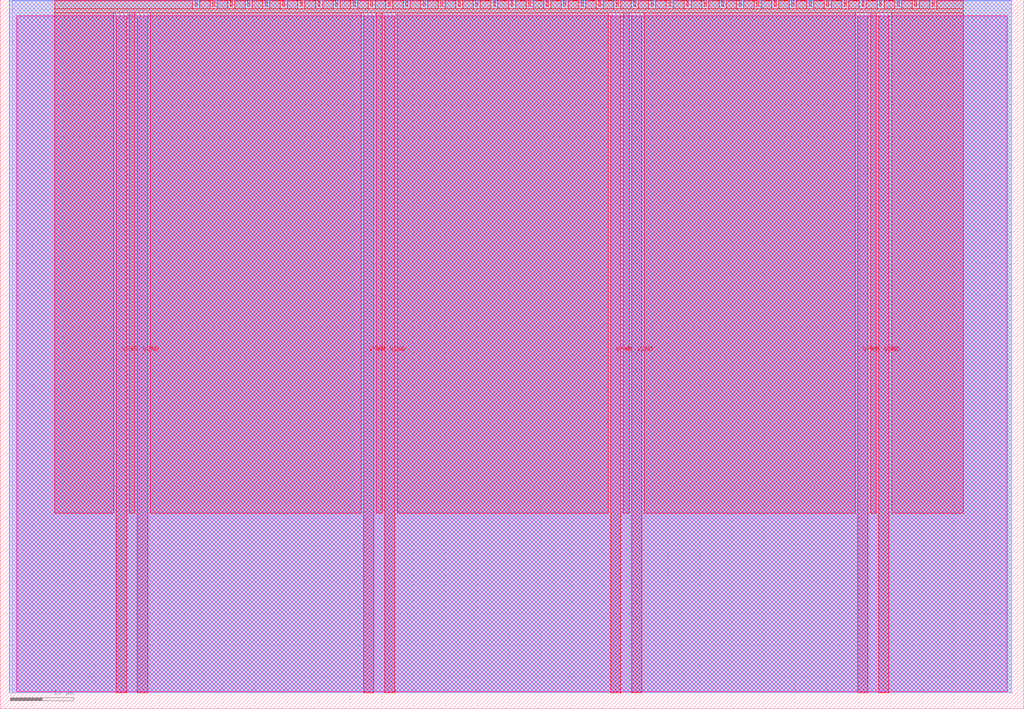
<source format=lef>
VERSION 5.7 ;
  NOWIREEXTENSIONATPIN ON ;
  DIVIDERCHAR "/" ;
  BUSBITCHARS "[]" ;
MACRO tt_um_jimktrains_vslc
  CLASS BLOCK ;
  FOREIGN tt_um_jimktrains_vslc ;
  ORIGIN 0.000 0.000 ;
  SIZE 161.000 BY 111.520 ;
  PIN VGND
    DIRECTION INOUT ;
    USE GROUND ;
    PORT
      LAYER met4 ;
        RECT 21.580 2.480 23.180 109.040 ;
    END
    PORT
      LAYER met4 ;
        RECT 60.450 2.480 62.050 109.040 ;
    END
    PORT
      LAYER met4 ;
        RECT 99.320 2.480 100.920 109.040 ;
    END
    PORT
      LAYER met4 ;
        RECT 138.190 2.480 139.790 109.040 ;
    END
  END VGND
  PIN VPWR
    DIRECTION INOUT ;
    USE POWER ;
    PORT
      LAYER met4 ;
        RECT 18.280 2.480 19.880 109.040 ;
    END
    PORT
      LAYER met4 ;
        RECT 57.150 2.480 58.750 109.040 ;
    END
    PORT
      LAYER met4 ;
        RECT 96.020 2.480 97.620 109.040 ;
    END
    PORT
      LAYER met4 ;
        RECT 134.890 2.480 136.490 109.040 ;
    END
  END VPWR
  PIN clk
    DIRECTION INPUT ;
    USE SIGNAL ;
    ANTENNAGATEAREA 0.852000 ;
    PORT
      LAYER met4 ;
        RECT 143.830 110.520 144.130 111.520 ;
    END
  END clk
  PIN ena
    DIRECTION INPUT ;
    USE SIGNAL ;
    PORT
      LAYER met4 ;
        RECT 146.590 110.520 146.890 111.520 ;
    END
  END ena
  PIN rst_n
    DIRECTION INPUT ;
    USE SIGNAL ;
    ANTENNAGATEAREA 0.631200 ;
    ANTENNADIFFAREA 0.434700 ;
    PORT
      LAYER met4 ;
        RECT 141.070 110.520 141.370 111.520 ;
    END
  END rst_n
  PIN ui_in[0]
    DIRECTION INPUT ;
    USE SIGNAL ;
    ANTENNAGATEAREA 0.631200 ;
    ANTENNADIFFAREA 0.434700 ;
    PORT
      LAYER met4 ;
        RECT 138.310 110.520 138.610 111.520 ;
    END
  END ui_in[0]
  PIN ui_in[1]
    DIRECTION INPUT ;
    USE SIGNAL ;
    ANTENNAGATEAREA 0.631200 ;
    ANTENNADIFFAREA 0.434700 ;
    PORT
      LAYER met4 ;
        RECT 135.550 110.520 135.850 111.520 ;
    END
  END ui_in[1]
  PIN ui_in[2]
    DIRECTION INPUT ;
    USE SIGNAL ;
    ANTENNAGATEAREA 0.196500 ;
    PORT
      LAYER met4 ;
        RECT 132.790 110.520 133.090 111.520 ;
    END
  END ui_in[2]
  PIN ui_in[3]
    DIRECTION INPUT ;
    USE SIGNAL ;
    ANTENNAGATEAREA 0.196500 ;
    PORT
      LAYER met4 ;
        RECT 130.030 110.520 130.330 111.520 ;
    END
  END ui_in[3]
  PIN ui_in[4]
    DIRECTION INPUT ;
    USE SIGNAL ;
    ANTENNAGATEAREA 0.196500 ;
    PORT
      LAYER met4 ;
        RECT 127.270 110.520 127.570 111.520 ;
    END
  END ui_in[4]
  PIN ui_in[5]
    DIRECTION INPUT ;
    USE SIGNAL ;
    ANTENNAGATEAREA 0.196500 ;
    PORT
      LAYER met4 ;
        RECT 124.510 110.520 124.810 111.520 ;
    END
  END ui_in[5]
  PIN ui_in[6]
    DIRECTION INPUT ;
    USE SIGNAL ;
    ANTENNAGATEAREA 0.196500 ;
    PORT
      LAYER met4 ;
        RECT 121.750 110.520 122.050 111.520 ;
    END
  END ui_in[6]
  PIN ui_in[7]
    DIRECTION INPUT ;
    USE SIGNAL ;
    ANTENNAGATEAREA 0.196500 ;
    PORT
      LAYER met4 ;
        RECT 118.990 110.520 119.290 111.520 ;
    END
  END ui_in[7]
  PIN uio_in[0]
    DIRECTION INPUT ;
    USE SIGNAL ;
    PORT
      LAYER met4 ;
        RECT 116.230 110.520 116.530 111.520 ;
    END
  END uio_in[0]
  PIN uio_in[1]
    DIRECTION INPUT ;
    USE SIGNAL ;
    PORT
      LAYER met4 ;
        RECT 113.470 110.520 113.770 111.520 ;
    END
  END uio_in[1]
  PIN uio_in[2]
    DIRECTION INPUT ;
    USE SIGNAL ;
    ANTENNAGATEAREA 0.213000 ;
    PORT
      LAYER met4 ;
        RECT 110.710 110.520 111.010 111.520 ;
    END
  END uio_in[2]
  PIN uio_in[3]
    DIRECTION INPUT ;
    USE SIGNAL ;
    PORT
      LAYER met4 ;
        RECT 107.950 110.520 108.250 111.520 ;
    END
  END uio_in[3]
  PIN uio_in[4]
    DIRECTION INPUT ;
    USE SIGNAL ;
    PORT
      LAYER met4 ;
        RECT 105.190 110.520 105.490 111.520 ;
    END
  END uio_in[4]
  PIN uio_in[5]
    DIRECTION INPUT ;
    USE SIGNAL ;
    PORT
      LAYER met4 ;
        RECT 102.430 110.520 102.730 111.520 ;
    END
  END uio_in[5]
  PIN uio_in[6]
    DIRECTION INPUT ;
    USE SIGNAL ;
    PORT
      LAYER met4 ;
        RECT 99.670 110.520 99.970 111.520 ;
    END
  END uio_in[6]
  PIN uio_in[7]
    DIRECTION INPUT ;
    USE SIGNAL ;
    PORT
      LAYER met4 ;
        RECT 96.910 110.520 97.210 111.520 ;
    END
  END uio_in[7]
  PIN uio_oe[0]
    DIRECTION OUTPUT ;
    USE SIGNAL ;
    PORT
      LAYER met4 ;
        RECT 49.990 110.520 50.290 111.520 ;
    END
  END uio_oe[0]
  PIN uio_oe[1]
    DIRECTION OUTPUT ;
    USE SIGNAL ;
    PORT
      LAYER met4 ;
        RECT 47.230 110.520 47.530 111.520 ;
    END
  END uio_oe[1]
  PIN uio_oe[2]
    DIRECTION OUTPUT ;
    USE SIGNAL ;
    PORT
      LAYER met4 ;
        RECT 44.470 110.520 44.770 111.520 ;
    END
  END uio_oe[2]
  PIN uio_oe[3]
    DIRECTION OUTPUT ;
    USE SIGNAL ;
    PORT
      LAYER met4 ;
        RECT 41.710 110.520 42.010 111.520 ;
    END
  END uio_oe[3]
  PIN uio_oe[4]
    DIRECTION OUTPUT ;
    USE SIGNAL ;
    PORT
      LAYER met4 ;
        RECT 38.950 110.520 39.250 111.520 ;
    END
  END uio_oe[4]
  PIN uio_oe[5]
    DIRECTION OUTPUT ;
    USE SIGNAL ;
    PORT
      LAYER met4 ;
        RECT 36.190 110.520 36.490 111.520 ;
    END
  END uio_oe[5]
  PIN uio_oe[6]
    DIRECTION OUTPUT ;
    USE SIGNAL ;
    PORT
      LAYER met4 ;
        RECT 33.430 110.520 33.730 111.520 ;
    END
  END uio_oe[6]
  PIN uio_oe[7]
    DIRECTION OUTPUT ;
    USE SIGNAL ;
    PORT
      LAYER met4 ;
        RECT 30.670 110.520 30.970 111.520 ;
    END
  END uio_oe[7]
  PIN uio_out[0]
    DIRECTION OUTPUT ;
    USE SIGNAL ;
    ANTENNADIFFAREA 0.795200 ;
    PORT
      LAYER met4 ;
        RECT 72.070 110.520 72.370 111.520 ;
    END
  END uio_out[0]
  PIN uio_out[1]
    DIRECTION OUTPUT ;
    USE SIGNAL ;
    ANTENNADIFFAREA 0.445500 ;
    PORT
      LAYER met4 ;
        RECT 69.310 110.520 69.610 111.520 ;
    END
  END uio_out[1]
  PIN uio_out[2]
    DIRECTION OUTPUT ;
    USE SIGNAL ;
    PORT
      LAYER met4 ;
        RECT 66.550 110.520 66.850 111.520 ;
    END
  END uio_out[2]
  PIN uio_out[3]
    DIRECTION OUTPUT ;
    USE SIGNAL ;
    ANTENNADIFFAREA 0.795200 ;
    PORT
      LAYER met4 ;
        RECT 63.790 110.520 64.090 111.520 ;
    END
  END uio_out[3]
  PIN uio_out[4]
    DIRECTION OUTPUT ;
    USE SIGNAL ;
    ANTENNADIFFAREA 0.445500 ;
    PORT
      LAYER met4 ;
        RECT 61.030 110.520 61.330 111.520 ;
    END
  END uio_out[4]
  PIN uio_out[5]
    DIRECTION OUTPUT ;
    USE SIGNAL ;
    ANTENNADIFFAREA 1.593000 ;
    PORT
      LAYER met4 ;
        RECT 58.270 110.520 58.570 111.520 ;
    END
  END uio_out[5]
  PIN uio_out[6]
    DIRECTION OUTPUT ;
    USE SIGNAL ;
    ANTENNADIFFAREA 0.445500 ;
    PORT
      LAYER met4 ;
        RECT 55.510 110.520 55.810 111.520 ;
    END
  END uio_out[6]
  PIN uio_out[7]
    DIRECTION OUTPUT ;
    USE SIGNAL ;
    PORT
      LAYER met4 ;
        RECT 52.750 110.520 53.050 111.520 ;
    END
  END uio_out[7]
  PIN uo_out[0]
    DIRECTION OUTPUT ;
    USE SIGNAL ;
    ANTENNAGATEAREA 0.450000 ;
    ANTENNADIFFAREA 0.891000 ;
    PORT
      LAYER met4 ;
        RECT 94.150 110.520 94.450 111.520 ;
    END
  END uo_out[0]
  PIN uo_out[1]
    DIRECTION OUTPUT ;
    USE SIGNAL ;
    ANTENNAGATEAREA 0.373500 ;
    ANTENNADIFFAREA 0.445500 ;
    PORT
      LAYER met4 ;
        RECT 91.390 110.520 91.690 111.520 ;
    END
  END uo_out[1]
  PIN uo_out[2]
    DIRECTION OUTPUT ;
    USE SIGNAL ;
    ANTENNAGATEAREA 0.450000 ;
    ANTENNADIFFAREA 0.445500 ;
    PORT
      LAYER met4 ;
        RECT 88.630 110.520 88.930 111.520 ;
    END
  END uo_out[2]
  PIN uo_out[3]
    DIRECTION OUTPUT ;
    USE SIGNAL ;
    ANTENNAGATEAREA 0.450000 ;
    ANTENNADIFFAREA 0.891000 ;
    PORT
      LAYER met4 ;
        RECT 85.870 110.520 86.170 111.520 ;
    END
  END uo_out[3]
  PIN uo_out[4]
    DIRECTION OUTPUT ;
    USE SIGNAL ;
    ANTENNAGATEAREA 0.252000 ;
    ANTENNADIFFAREA 0.445500 ;
    PORT
      LAYER met4 ;
        RECT 83.110 110.520 83.410 111.520 ;
    END
  END uo_out[4]
  PIN uo_out[5]
    DIRECTION OUTPUT ;
    USE SIGNAL ;
    ANTENNAGATEAREA 0.450000 ;
    ANTENNADIFFAREA 0.445500 ;
    PORT
      LAYER met4 ;
        RECT 80.350 110.520 80.650 111.520 ;
    END
  END uo_out[5]
  PIN uo_out[6]
    DIRECTION OUTPUT ;
    USE SIGNAL ;
    ANTENNAGATEAREA 0.450000 ;
    ANTENNADIFFAREA 0.445500 ;
    PORT
      LAYER met4 ;
        RECT 77.590 110.520 77.890 111.520 ;
    END
  END uo_out[6]
  PIN uo_out[7]
    DIRECTION OUTPUT ;
    USE SIGNAL ;
    ANTENNAGATEAREA 0.495000 ;
    ANTENNADIFFAREA 0.891000 ;
    PORT
      LAYER met4 ;
        RECT 74.830 110.520 75.130 111.520 ;
    END
  END uo_out[7]
  OBS
      LAYER nwell ;
        RECT 2.570 2.635 158.430 108.990 ;
      LAYER li1 ;
        RECT 2.760 2.635 158.240 108.885 ;
      LAYER met1 ;
        RECT 1.910 2.480 159.090 111.480 ;
      LAYER met2 ;
        RECT 1.470 2.535 159.070 111.510 ;
      LAYER met3 ;
        RECT 1.445 2.555 159.095 111.345 ;
      LAYER met4 ;
        RECT 8.575 110.120 30.270 111.345 ;
        RECT 31.370 110.120 33.030 111.345 ;
        RECT 34.130 110.120 35.790 111.345 ;
        RECT 36.890 110.120 38.550 111.345 ;
        RECT 39.650 110.120 41.310 111.345 ;
        RECT 42.410 110.120 44.070 111.345 ;
        RECT 45.170 110.120 46.830 111.345 ;
        RECT 47.930 110.120 49.590 111.345 ;
        RECT 50.690 110.120 52.350 111.345 ;
        RECT 53.450 110.120 55.110 111.345 ;
        RECT 56.210 110.120 57.870 111.345 ;
        RECT 58.970 110.120 60.630 111.345 ;
        RECT 61.730 110.120 63.390 111.345 ;
        RECT 64.490 110.120 66.150 111.345 ;
        RECT 67.250 110.120 68.910 111.345 ;
        RECT 70.010 110.120 71.670 111.345 ;
        RECT 72.770 110.120 74.430 111.345 ;
        RECT 75.530 110.120 77.190 111.345 ;
        RECT 78.290 110.120 79.950 111.345 ;
        RECT 81.050 110.120 82.710 111.345 ;
        RECT 83.810 110.120 85.470 111.345 ;
        RECT 86.570 110.120 88.230 111.345 ;
        RECT 89.330 110.120 90.990 111.345 ;
        RECT 92.090 110.120 93.750 111.345 ;
        RECT 94.850 110.120 96.510 111.345 ;
        RECT 97.610 110.120 99.270 111.345 ;
        RECT 100.370 110.120 102.030 111.345 ;
        RECT 103.130 110.120 104.790 111.345 ;
        RECT 105.890 110.120 107.550 111.345 ;
        RECT 108.650 110.120 110.310 111.345 ;
        RECT 111.410 110.120 113.070 111.345 ;
        RECT 114.170 110.120 115.830 111.345 ;
        RECT 116.930 110.120 118.590 111.345 ;
        RECT 119.690 110.120 121.350 111.345 ;
        RECT 122.450 110.120 124.110 111.345 ;
        RECT 125.210 110.120 126.870 111.345 ;
        RECT 127.970 110.120 129.630 111.345 ;
        RECT 130.730 110.120 132.390 111.345 ;
        RECT 133.490 110.120 135.150 111.345 ;
        RECT 136.250 110.120 137.910 111.345 ;
        RECT 139.010 110.120 140.670 111.345 ;
        RECT 141.770 110.120 143.430 111.345 ;
        RECT 144.530 110.120 146.190 111.345 ;
        RECT 147.290 110.120 151.505 111.345 ;
        RECT 8.575 109.440 151.505 110.120 ;
        RECT 8.575 30.775 17.880 109.440 ;
        RECT 20.280 30.775 21.180 109.440 ;
        RECT 23.580 30.775 56.750 109.440 ;
        RECT 59.150 30.775 60.050 109.440 ;
        RECT 62.450 30.775 95.620 109.440 ;
        RECT 98.020 30.775 98.920 109.440 ;
        RECT 101.320 30.775 134.490 109.440 ;
        RECT 136.890 30.775 137.790 109.440 ;
        RECT 140.190 30.775 151.505 109.440 ;
  END
END tt_um_jimktrains_vslc
END LIBRARY


</source>
